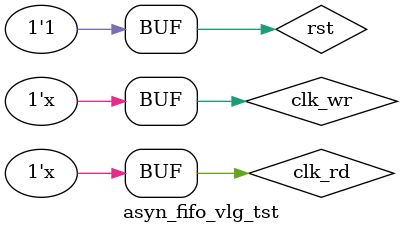
<source format=v>
`include "./asyn_fifo.v"

`define clk_cycle_wr 20
`define clk_cycle_rd 50

module asyn_fifo_vlg_tst;

/*----parameter----*/
parameter ADDR_WIDTH = 13;
parameter DATA_WIDTH = 8;

/*----value----*/
reg clk_wr;
reg clk_rd;
reg rst;
reg en_wr;
reg en_rd;
reg[DATA_WIDTH-1:0] Din;
wire[DATA_WIDTH-1:0] Dout;
wire empty;
wire full;

wire[ADDR_WIDTH:0] head_bin;
wire[ADDR_WIDTH:0] tail_bin;
wire[ADDR_WIDTH:0] head_gray;
wire[ADDR_WIDTH:0] tail_gray;
/*----module----*/
asyn_fifo #(
              .ADDR_WIDTH(ADDR_WIDTH), // 8KB
              .DATA_WIDTH(DATA_WIDTH)
          ) uut (
              .clk_wr(clk_wr),
              .clk_rd(clk_rd),
              .rst(rst),
              .en_wr(en_wr),
              .en_rd(en_rd),
              .Din(Din),
              .Dout(Dout),
              .empty(empty),
              .full(full),
              // test
              .head_bin(head_bin),
              .tail_bin(tail_bin),
              .head_gray(head_gray),
              .tail_gray(tail_gray)
          );


/*----assignment----*/
always #`clk_cycle_wr clk_wr = ~clk_wr;
always #`clk_cycle_rd clk_rd = ~clk_rd;

initial begin
	clk_wr = 0;
	clk_rd = 0;
	rst = 1;
	en_wr = 0;
	en_rd = 0;
	Din = 0;
	#`clk_cycle_wr rst = 0;
	#`clk_cycle_wr rst = 1;
end

always @(negedge clk_wr) begin
	en_wr = ({$random} & 'b11) == 0;
	if(full) begin
		Din <= Din;
	end
	else if(en_wr && ~full) begin
		Din <= {Din[DATA_WIDTH-2:0],~Din[DATA_WIDTH-1]};
	end
end

always @(negedge clk_rd) begin
	en_rd = {$random} & 'b1;
end
endmodule


</source>
